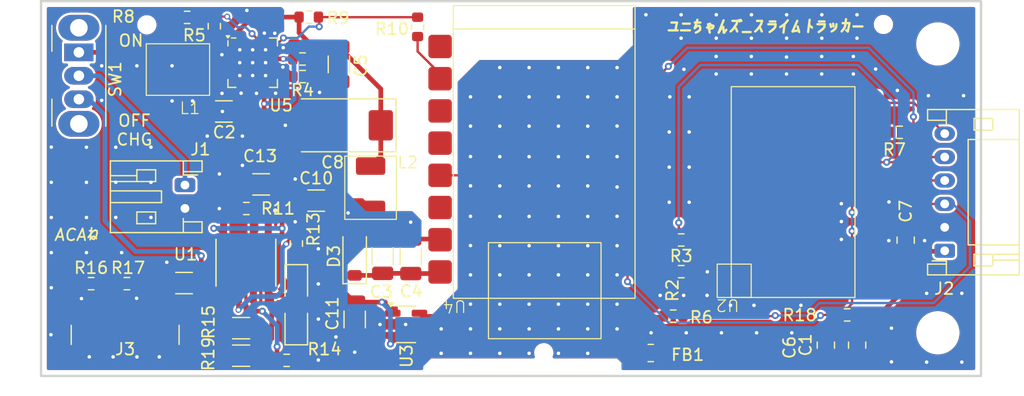
<source format=kicad_pcb>
(kicad_pcb (version 20241229) (generator "pcbnew") (generator_version "9.0")
  (layers (0 "F.Cu" signal) (2 "B.Cu" signal) (13 "F.Paste" user) (15 "B.Paste" user) (5 "F.SilkS" user "F.Silkscreen") (7 "B.SilkS" user "B.Silkscreen") (1 "F.Mask" user) (3 "B.Mask" user) (25 "Edge.Cuts" user))
  (net 0 "")
  (net 1 "BAT-_TO_BOOST")
  (net 2 "Net-(U3-OUT)")
  (net 3 "3v3")
  (net 4 "Net-(D3-K)")
  (net 5 "5V")
  (net 6 "BAT+")
  (net 7 "5V_B_FIL")
  (net 8 "BAT-_TO_CHG")
  (net 9 "Net-(D1-A)")
  (net 10 "MISO")
  (net 11 "MOSI")
  (net 12 "Net-(U4-GPIO4{slash}A4{slash}SCK)")
  (net 13 "SCK")
  (net 14 "Net-(D1-K)")
  (net 15 "Net-(U4-GPIO5{slash}A5{slash}MISO)")
  (net 16 "Net-(U2-CS)")
  (net 17 "Net-(U4-GPIO6{slash}MOSI)")
  (net 18 "Net-(D2-K)")
  (net 19 "BAT-")
  (net 20 "C-TYPE+")
  (net 26 "Net-(L1-Pad2)")
  (net 29 "Net-(U5-LBI)")
  (net 30 "Net-(U5-FB)")
  (net 31 "Net-(U5-LBO)")
  (net 32 "BAT_LOW_SIG")
  (net 33 "Net-(U1-PROG)")
  (net 34 "Net-(U1-!STDBY)")
  (net 35 "Net-(U1-!CHRG)")
  (net 42 "CS2")
  (net 46 "Net-(J3-CC2)")
  (net 47 "Net-(J3-CC1)")
  (footprint "Resistor_SMD:R_0603_1608Metric" (layer "F.Cu") (at 76.035 45.8154 180)
    (property "Reference" "R8")
    (property "Value" "220kΩ" (hide yes))
  )
  (footprint "slime:Slime_IMU_mumo" (layer "F.Cu") (at 127.6366 60.6314 180)
    (property "Reference" "U2")
    (property "Value" "~" (hide yes))
  )
  (footprint "Resistor_SMD:R_0603_1608Metric" (layer "F.Cu") (at 85.35 65.13 90)
    (property "Reference" "R13")
    (property "Value" "1kΩ" (hide yes))
  )
  (footprint "Button_Switch_THT:SW_Slide_SPDT_Angled_CK_OS102011MA1Q" (layer "F.Cu") (at 66.802 48.8 -90)
    (property "Reference" "SW1")
    (property "Value" "SW_DPDT_x2" (hide yes))
  )
  (footprint "Resistor_SMD:R_0603_1608Metric" (layer "F.Cu") (at 136.7922 55.626 180)
    (property "Reference" "R7")
    (property "Value" "0Ω")
  )
  (footprint "Resistor_SMD:R_0603_1608Metric" (layer "F.Cu") (at 78.355 46.5704 90)
    (property "Reference" "R5")
    (property "Value" "2MΩ" (hide yes))
  )
  (footprint "Capacitor_SMD:C_0805_2012Metric" (layer "F.Cu") (at 137.3124 64.836 90)
    (property "Reference" "C7")
    (property "Value" "0.1uF" (hide yes))
  )
  (footprint "Connector_USB:USB_C_Receptacle_GCT_USB4135-GF-A_6P_TopMnt_Horizontal" (layer "F.Cu") (at 70.75 74.15)
    (property "Reference" "J3")
    (property "Value" "USB_C_Receptacle_PowerOnly_6P" (hide yes))
  )
  (footprint "Resistor_SMD:R_0603_1608Metric" (layer "F.Cu") (at 81.0875 62.135 180)
    (property "Reference" "R11")
    (property "Value" "3kΩ" (hide yes))
  )
  (footprint "Capacitor_SMD:C_0805_2012Metric" (layer "F.Cu") (at 133.1722 73.8 -90)
    (property "Reference" "C1")
    (property "Value" "1uF" (hide yes))
  )
  (footprint "Package_TO_SOT_SMD:SOT-23-5" (layer "F.Cu") (at 94.7111 72.0242)
    (property "Reference" "U3")
    (property "Value" "TPS7A0333PDBVR" (hide yes))
  )
  (footprint "Capacitor_SMD:C_1206_3216Metric" (layer "F.Cu") (at 79.17 53.848 180)
    (property "Reference" "C2")
    (property "Value" "10uF" (hide yes))
  )
  (footprint "Capacitor_SMD:C_1206_3216Metric" (layer "F.Cu") (at 90.325 71.605 -90)
    (property "Reference" "C11")
    (property "Value" "1uF" (hide yes))
  )
  (footprint "Resistor_SMD:R_1206_3216Metric" (layer "F.Cu") (at 80.6375 72.35)
    (property "Reference" "R15")
    (property "Value" "1Ω" (hide yes))
  )
  (footprint "Capacitor_SMD:C_1206_3216Metric" (layer "F.Cu") (at 88.9775 49.825 90)
    (property "Reference" "C5")
    (property "Value" "2.2uF" (hide yes))
  )
  (footprint "Resistor_SMD:R_0603_1608Metric" (layer "F.Cu") (at 132.3218 71.2216 180)
    (property "Reference" "R18")
    (property "Value" "10kΩ" (hide yes))
  )
  (footprint "Resistor_SMD:R_0603_1608Metric" (layer "F.Cu") (at 117.4882 71.3232 180)
    (property "Reference" "R6")
    (property "Value" "33Ω" (hide yes))
  )
  (footprint "Capacitor_SMD:C_1206_3216Metric" (layer "F.Cu") (at 95.1075 66.215 90)
    (property "Reference" "C4")
    (property "Value" "100nF" (hide yes))
  )
  (footprint "MountingHole:MountingHole_3.2mm_M3" (layer "F.Cu") (at 140.0556 48.0822)
    (property "Reference" "H1" (hide yes))
    (property "Value" "MountingHole" (hide yes))
  )
  (footprint "Resistor_SMD:R_0603_1608Metric" (layer "F.Cu") (at 85.875 49.3675)
    (property "Reference" "R1" (hide yes))
    (property "Value" "2MΩ" (hide yes))
  )
  (footprint "Resistor_SMD:R_0603_1608Metric" (layer "F.Cu") (at 67.85 68.55)
    (property "Reference" "R16")
    (property "Value" "5.1kΩ" (hide yes))
  )
  (footprint "Capacitor_SMD:C_1206_3216Metric" (layer "F.Cu") (at 82.3475 60.075 180)
    (property "Reference" "C13")
    (property "Value" "10uF" (hide yes))
  )
  (footprint "Capacitor_SMD:C_1206_3216Metric" (layer "F.Cu") (at 87.045 61.46)
    (property "Reference" "C10")
    (property "Value" "4.7uF" (hide yes))
  )
  (footprint "Capacitor_SMD:C_1206_3216Metric" (layer "F.Cu") (at 92.7075 66.195 90)
    (property "Reference" "C3")
    (property "Value" "22uF" (hide yes))
  )
  (footprint "Resistor_SMD:R_0603_1608Metric" (layer "F.Cu") (at 118.173 64.8208)
    (property "Reference" "R3")
    (property "Value" "33Ω" (hide yes))
  )
  (footprint "slime:esp32" (layer "F.Cu") (at 105.9825 74.05 180)
    (property "Reference" "U4")
    (property "Value" "ESP32 SUPER MINI C3" (hide yes))
  )
  (footprint "Connector_JST:JST_PH_S6B-PH-K_1x06_P2.00mm_Horizontal" (layer "F.Cu") (at 140.6398 65.7408 90)
    (property "Reference" "J2")
    (property "Value" "Extension" (hide yes))
  )
  (footprint "Resistor_SMD:R_0603_1608Metric" (layer "F.Cu") (at 84.525 75.1 180)
    (property "Reference" "R14")
    (property "Value" "1kΩ" (hide yes))
  )
  (footprint "Capacitor_SMD:C_0805_2012Metric" (layer "F.Cu") (at 130.5052 73.8 -90)
    (property "Reference" "C6")
    (property "Value" "10uF" (hide yes))
  )
  (footprint "MountingHole:ToolingHole_1.152mm" (layer "F.Cu") (at 72.6 46.45)
    (property "Reference" "H5" (hide yes))
    (property "Value" "MountingHole" (hide yes))
  )
  (footprint "Resistor_SMD:R_0603_1608Metric" (layer "F.Cu") (at 70.9 68.55 180)
    (property "Reference" "R17")
    (property "Value" "5.1kΩ" (hide yes))
  )
  (footprint "Package_DFN_QFN:QFN-16-1EP_4x4mm_P0.65mm_EP2.7x2.7mm_PullBack_ThermalVias" (layer "F.Cu") (at 81.625 49.6825)
    (property "Reference" "U5")
    (property "Value" "TPS61090" (hide yes))
  )
  (footprint "Resistor_SMD:R_0603_1608Metric" (layer "F.Cu") (at 118.173 67.525)
    (property "Reference" "R2")
    (property "Value" "33Ω" (hide yes))
  )
  (footprint "Resistor_SMD:R_0603_1608Metric" (layer "F.Cu") (at 85.89 50.8675 180)
    (property "Reference" "R4")
    (property "Value" "330kΩ" (hide yes))
  )
  (footprint "Resistor_SMD:R_0603_1608Metric" (layer "F.Cu") (at 95.69 46.625 -90)
    (property "Reference" "R10")
    (property "Value" "4.7kΩ" (hide yes))
  )
  (footprint "Capacitor_Tantalum_SMD:CP_EIA-7343-20_Kemet-V" (layer "F.Cu") (at 89.43 55.03 180)
    (property "Reference" "C8")
    (property "Value" "100uF" (hide yes))
  )
  (footprint "Diode_SMD:D_SOD-123" (layer "F.Cu") (at 90.3224 66.1934 90)
    (property "Reference" "D3")
    (property "Value" "D" (hide yes))
  )
  (footprint "MountingHole:MountingHole_3.2mm_M3" (layer "F.Cu") (at 140.0556 72.7456)
    (property "Reference" "H2" (hide yes))
    (property "Value" "MountingHole" (hide yes))
  )
  (footprint "Resistor_SMD:R_1206_3216Metric" (layer "F.Cu") (at 80.6375 74.7)
    (property "Reference" "R19")
    (property "Value" "1Ω" (hide yes))
  )
  (footprint "slime:FXL0420" (layer "F.Cu") (at 75.25 50.27 180)
    (property "Reference" "L1")
    (property "Value" "6.8uH" (hide yes))
  )
  (footprint "Capacitor_SMD:C_1206_3216Metric" (layer "F.Cu") (at 75.775 68.5 180)
    (property "Reference" "C12" (hide yes))
    (property "Value" "10uF" (hide yes))
  )
  (footprint "Connector_JST:JST_PH_S2B-PH-K_1x02_P2.00mm_Horizontal" (layer "F.Cu") (at 75.85 60.13 -90)
    (property "Reference" "J1")
    (property "Value" "batt" (hide yes))
  )
  (footprint "MountingHole:ToolingHole_1.152mm" (layer "F.Cu") (at 135.4144 46.4178)
    (property "Reference" "H6" (hide yes))
    (property "Value" "MountingHole" (hide yes))
  )
  (footprint "slime:FXL0420" (layer "F.Cu") (at 91.68 60.36 90)
    (property "Reference" "L2")
    (property "Value" "2.2uH" (hide yes))
  )
  (footprint "LED_SMD:LED_0805_2012Metric" (layer "F.Cu") (at 85.344 68.6125 -90)
    (property "Reference" "D2" (hide yes))
    (property "Value" "green")
  )
  (footprint "LED_SMD:LED_0805_2012Metric" (layer "F.Cu") (at 85.344 72.0875 90)
    (property "Reference" "D1" (hide yes))
    (property "Value" "red")
  )
  (footprint "Resistor_SMD:R_0603_1608Metric" (layer "F.Cu") (at 86.4075 45.79)
    (property "Reference" "R9")
    (property "Value" "1MΩ" (hide yes))
  )
  (footprint "MountingHole:ToolingHole_1.152mm" (layer "F.Cu") (at 106.45 74.45)
    (property "Reference" "H3" (hide yes))
    (property "Value" "MountingHole" (hide yes))
  )
  (footprint "slime:TP4056_ESOP8" (layer "F.Cu") (at 81.0475 66.76 -90)
    (property "Reference" "U1")
    (property "Value" "TP4056" (hide yes))
  )
  (footprint "Resistor_SMD:R_0805_2012Metric" (layer "F.Cu") (at 115.5719 74.4728)
    (property "Reference" "FB1")
    (property "Value" "FerriteBead" (hide yes))
  )
  (gr_line (start 116.75 74.025) (end 117.325 74.4) (stroke (width 0.2)) (layer "F.Cu") (net 3))
  (gr_line (start 116.9 74.8) (end 117.325 74.4) (stroke (width 0.2)) (layer "F.Cu") (net 3))
  (gr_line (start 121.15 50.65) (end 121.15 50.45) (stroke (width 0.2)) (layer "F.Cu") (net 19))
  (gr_line (start 121.15 50.45) (end 121.15 50.65) (stroke (width 0.2)) (layer "F.Cu") (net 19))
  (gr_line (start 124.15 50.65) (end 124.15 50.45) (stroke (width 0.2)) (layer "F.Cu") (net 19))
  (gr_line (start 127.15 50.5) (end 127.15 50.65) (stroke (width 0.2)) (layer "F.Cu") (net 19))
  (gr_line (start 113.875 74.475) (end 114.375 75) (stroke (width 0.2)) (layer "F.Cu") (net 2))
  (gr_line (start 93.9 70.775) (end 93.6 70.775) (stroke (width 0.2)) (layer "F.Cu") (net 5))
  (gr_line (start 94.025 73.225) (end 93.55 73.65) (stroke (width 0.2)) (layer "F.Cu") (net 5))
  (gr_line (start 80.15 47.775) (end 80.15 47.425) (stroke (width 0.2)) (layer "F.Cu") (net 7))
  (gr_line (start 124.15 50.45) (end 124.15 50.65) (stroke (width 0.2)) (layer "F.Cu") (net 19))
  (gr_line (start 127.15 50.65) (end 127.15 50.5) (stroke (width 0.2)) (layer "F.Cu") (net 19))
  (gr_line (start 135.7 65.85) (end 135.3375 66.2125) (stroke (width 0.2)) (layer "F.Cu") (net 3))
  (gr_line (start 93.575 73.5) (end 93.825 73.25) (stroke (width 0.2)) (layer "F.Cu") (net 5))
  (gr_line (start 135.3 65.825) (end 135.3375 66.2125) (stroke (width 0.2)) (layer "F.Cu") (net 3))
  (gr_line (start 130.15 50.5) (end 130.15 50.65) (stroke (width 0.2)) (layer "F.Cu") (net 19))
  (gr_line (start 130.15 50.65) (end 130.15 50.5) (stroke (width 0.2)) (layer "F.Cu") (net 19))
  (gr_line (start 83.13 64.22) (end 83.04 64.28) (stroke (width 0.2)) (layer "F.Cu") (net 49))
  (gr_line (start 93.9 70.6) (end 93.9 70.95) (stroke (width 0.2)) (layer "F.Cu") (net 5))
  (gr_line (start 134.975 66.575) (end 135.7 65.85) (stroke (width 0.2)) (layer "F.Cu") (net 3))
  (gr_line (start 93.45 70.6) (end 93.9 70.6) (stroke (width 0.2)) (layer "F.Cu") (net 5))
  (gr_line (start 93.7 73.225) (end 93.5 73.425) (stroke (width 0.2)) (layer "F.Cu") (net 5))
  (gr_line (start 113.875 74.475) (end 114.325 74) (stroke (width 0.2)) (layer "F.Cu") (net 2))
  (gr_line (start 135.475 65.825) (end 135.31875 66.01875) (stroke (width 0.2)) (layer "F.Cu") (net 3))
  (gr_rect (start 63.5751 44.43) (end 143.7375 76.43) (stroke (width 0.2)) (fill no) (layer "Edge.Cuts"))
  (gr_text "OFF\nCHG\n" (at 71.54 55.44 0) (layer "F.SilkS") (effects (font (size 1 1))))
  (gr_text "ACAね" (at 66.6 63.8 0) (layer "F.SilkS") (effects (font (size 1 1) (thickness 0.15) (italic yes)) (justify top)))
  (gr_text "ユニちゃんズ＿スライムトラッカー" (at 125.325 46.075 0) (layer "F.SilkS") (effects (font (size 1 1) (thickness 0.2) (bold yes) (italic yes)) (justify top)))
  (gr_text "ON" (at 71.25 47.8 0) (layer "F.SilkS") (effects (font (size 1 1))))
  (segment (start 74.148 53.848) (end 73.4 53.1) (width 0.4) (layer "F.Cu") (net 1))
  (segment (start 83.4 49.3575) (end 84.23 49.3575) (width 0.4) (layer "F.Cu") (net 1))
  (segment (start 77.695 53.848) (end 77.695 54.581) (width 0.4) (layer "F.Cu") (net 1))
  (segment (start 82.6 54.433) (end 82.6 53.1875) (width 0.4) (layer "F.Cu") (net 1))
  (segment (start 72.27 48.8) (end 66.802 48.8) (width 0.4) (layer "F.Cu") (net 1))
  (segment (start 84.23 49.3575) (end 85.04 49.3575) (width 0.4) (layer "F.Cu") (net 1))
  (segment (start 77.695 54.581) (end 78.264 55.15) (width 0.4) (layer "F.Cu") (net 1))
  (segment (start 73.4 49.93) (end 72.27 48.8) (width 0.4) (layer "F.Cu") (net 1))
  (segment (start 73.4 53.1) (end 73.4 49.93) (width 0.4) (layer "F.Cu") (net 1))
  (segment (start 82.6 53.1875) (end 82.6 51.4575) (width 0.4) (layer "F.Cu") (net 1))
  (segment (start 77.695 53.848) (end 74.148 53.848) (width 0.4) (layer "F.Cu") (net 1))
  (segment (start 81.883 55.15) (end 82.6 54.433) (width 0.4) (layer "F.Cu") (net 1))
  (segment (start 78.264 55.15) (end 81.883 55.15) (width 0.4) (layer "F.Cu") (net 1))
  (segment (start 85.04 49.3575) (end 85.05 49.3675) (width 0.4) (layer "F.Cu") (net 1))
  (via (at 82.6 53.1875) (size 0.5) (drill 0.3) (layers "F.Cu" "B.Cu") (net 1))
  (via (at 84.23 49.3575) (size 0.5) (drill 0.3) (layers "F.Cu" "B.Cu") (net 1))
  (segment (start 84.7966 53.1575) (end 85.1475 52.8066) (width 0.4) (layer "B.Cu") (net 1))
  (segment (start 85.1475 52.8066) (end 85.1475 49.7586) (width 0.4) (layer "B.Cu") (net 1))
  (segment (start 82.6 53.1875) (end 82.63 53.1575) (width 0.4) (layer "B.Cu") (net 1))
  (segment (start 85.1475 49.7586) (end 84.7464 49.3575) (width 0.4) (layer "B.Cu") (net 1))
  (segment (start 82.63 53.1575) (end 84.7966 53.1575) (width 0.4) (layer "B.Cu") (net 1))
  (segment (start 84.7464 49.3575) (end 84.23 49.3575) (width 0.4) (layer "B.Cu") (net 1))
  (segment (start 113.5126 74.4728) (end 114.6594 74.4728) (width 0.4) (layer "F.Cu") (net 2))
  (segment (start 96.123 71.3486) (end 110.3884 71.3486) (width 0.4) (layer "F.Cu") (net 2))
  (segment (start 110.3884 71.3486) (end 113.5126 74.4728) (width 0.4) (layer "F.Cu") (net 2))
  (segment (start 95.8486 71.0742) (end 96.123 71.3486) (width 0.4) (layer "F.Cu") (net 2))
  (segment (start 133.1468 71.2216) (end 133.1468 72.8246) (width 0.2) (layer "F.Cu") (net 3))
  (segment (start 133.1722 72.85) (end 133.4234 72.85) (width 0.4) (layer "F.Cu") (net 3))
  (segment (start 133.1468 72.8246) (end 133.1722 72.85) (width 0.2) (layer "F.Cu") (net 3))
  (segment (start 133.4234 72.85) (end 137.3124 68.961) (width 0.4) (layer "F.Cu") (net 3))
  (segment (start 116.4844 74.4728) (end 127.2032 74.4728) (width 0.4) (layer "F.Cu") (net 3))
  (segment (start 133.1722 71.247) (end 133.1468 71.2216) (width 0.2) (layer "F.Cu") (net 3))
  (segment (start 130.5052 72.85) (end 133.1722 72.85) (width 0.4) (layer "F.Cu") (net 3))
  (segment (start 137.3124 65.786) (end 134.2412 65.786) (width 0.4) (layer "F.Cu") (net 3))
  (segment (start 127.2032 74.4728) (end 128.826 72.85) (width 0.4) (layer "F.Cu") (net 3))
  (segment (start 137.3124 68.961) (end 137.3124 65.786) (width 0.4) (layer "F.Cu") (net 3))
  (segment (start 128.826 72.85) (end 130.5052 72.85) (width 0.4) (layer "F.Cu") (net 3))
  (segment (start 134.2412 65.786) (end 134.2366 65.7814) (width 0.4) (layer "F.Cu") (net 3))
  (segment (start 137.3124 65.786) (end 140.5946 65.786) (width 0.4) (layer "F.Cu") (net 3))
  (segment (start 140.5946 65.786) (end 140.6398 65.7408) (width 0.4) (layer "F.Cu") (net 3))
  (segment (start 90.3224 67.8434) (end 92.5341 67.8434) (width 0.4) (layer "F.Cu") (net 4))
  (segment (start 95.1075 67.69) (end 97.4675 67.69) (width 0.4) (layer "F.Cu") (net 4))
  (segment (start 92.5341 67.8434) (end 92.7075 67.67) (width 0.4) (layer "F.Cu") (net 4))
  (segment (start 97.4675 67.69) (end 97.6075 67.55) (width 0.4) (layer "F.Cu") (net 4))
  (segment (start 95.0875 67.67) (end 95.1075 67.69) (width 0.4) (layer "F.Cu") (net 4))
  (segment (start 92.7075 67.67) (end 95.0875 67.67) (width 0.4) (layer "F.Cu") (net 4))
  (segment (start 88.52 62.49) (end 88.52 61.46) (width 0.4) (layer "F.Cu") (net 5))
  (segment (start 93.3736 73.1742) (end 93.5736 72.9742) (width 0.4) (layer "F.Cu") (net 5))
  (segment (start 92.9151 70.1527) (end 93.3736 70.6112) (width 0.4) (layer "F.Cu") (net 5))
  (segment (start 88.52 61.46) (end 90.93 61.46) (width 0.4) (layer "F.Cu") (net 5))
  (segment (start 90.325 70.13) (end 92.8924 70.13) (width 0.4) (layer "F.Cu") (net 5))
  (segment (start 93.3736 70.8882) (end 93.5666 71.0812) (width 0.4) (layer "F.Cu") (net 5))
  (segment (start 92.65 70.13) (end 93.1312 70.6112) (width 0.4) (layer "F.Cu") (net 5))
  (segment (start 93.1312 70.6112) (end 93.3736 70.6112) (width 0.4) (layer "F.Cu") (net 5))
  (segment (start 88.52 68.3524) (end 88.52 62.49) (width 0.4) (layer "F.Cu") (net 5))
  (segment (start 92.9151 70.1292) (end 92.9151 70.1527) (width 0.4) (layer "F.Cu") (net 5))
  (segment (start 88.52 62.741) (end 88.52 62.49) (width 0.4) (layer "F.Cu") (net 5))
  (segment (start 93.3736 70.6112) (end 93.3736 70.8882) (width 0.4) (layer "F.Cu") (net 5))
  (segment (start 90.325 70.13) (end 90.2976 70.13) (width 0.4) (layer "F.Cu") (net 5))
  (segment (start 92.9143 70.13) (end 92.9151 70.1292) (width 0.4) (layer "F.Cu") (net 5))
  (segment (start 90.2976 70.13) (end 88.52 68.3524) (width 0.4) (layer "F.Cu") (net 5))
  (segment (start 92.8924 70.13) (end 92.9151 70.1527) (width 0.4) (layer "F.Cu") (net 5))
  (segment (start 93.3736 73.6992) (end 93.3736 73.1742) (width 0.4) (layer "F.Cu") (net 5))
  (segment (start 90.3224 64.5434) (end 88.52 62.741) (width 0.4) (layer "F.Cu") (net 5))
  (segment (start 90.93 61.46) (end 91.68 62.21) (width 0.4) (layer "F.Cu") (net 5))
  (via (at 92.65 70.13) (size 0.6) (drill 0.3) (layers "F.Cu" "B.Cu") (net 5))
  (via (at 93.3736 73.6992) (size 0.6) (drill 0.3) (layers "F.Cu" "B.Cu") (net 5))
  (segment (start 93.3736 70.8536) (end 93.3736 73.6992) (width 0.4) (layer "B.Cu") (net 5))
  (segment (start 92.65 70.13) (end 93.3736 70.8536) (width 0.4) (layer "B.Cu") (net 5))
  (segment (start 66.802 50.8) (end 68.55 50.8) (width 0.4) (layer "B.Cu") (net 6))
  (segment (start 75.85 58.1) (end 75.85 60.13) (width 0.4) (layer "B.Cu") (net 6))
  (segment (start 68.55 50.8) (end 75.85 58.1) (width 0.4) (layer "B.Cu") (net 6))
  (segment (start 79.3496 47.9555) (end 79.3496 47.9547) (width 0.4) (layer "F.Cu") (net 7))
  (segment (start 79.85 48.48) (end 79.85 48.7075) (width 0.4) (layer "F.Cu") (net 7))
  (segment (start 79.898 47.9075) (end 79.898 47.4895) (width 0.4) (layer "F.Cu") (net 7))
  (segment (start 78.355 47.3954) (end 78.7903 47.3954) (width 0.4) (layer "F.Cu") (net 7))
  (segment (start 85.5825 45.79) (end 85.5825 47.1225) (width 0.4) (layer "F.Cu") (net 7))
  (segment (start 88.6075 47.98) (end 88.9775 48.35) (width 0.4) (layer "F.Cu") (net 7))
  (segment (start 79.85 47.9555) (end 79.898 47.9075) (width 0.4) (layer "F.Cu") (net 7))
  (segment (start 92.55 57.64) (end 91.68 58.51) (width 0.4) (layer "F.Cu") (net 7))
  (segment (start 79.3496 47.9547) (end 79.4328 47.9547) (width 0.4) (layer "F.Cu") (net 7))
  (segment (start 78.98155 47.58665) (end 79.05775 47.66285) (width 0.4) (layer "F.Cu") (net 7))
  (segment (start 81.5975 45.79) (end 85.5825 45.79) (width 0.4) (layer "F.Cu") (net 7))
  (segment (start 79.85 48.7075) (end 79.85 47.9555) (width 0.4) (layer "F.Cu") (net 7))
  (segment (start 79.4328 47.9547) (end 79.898 47.4895) (width 0.4) (layer "F.Cu") (net 7))
  (segment (start 92.55 55.03) (end 92.55 57.64) (width 0.4) (layer "F.Cu") (net 7))
  (segment (start 86.44 47.98) (end 88.6075 47.98) (width 0.4) (layer "F.Cu") (net 7))
  (segment (start 79.05775 47.66285) (end 79.72465 47.66285) (width 0.4) (layer "F.Cu") (net 7))
  (segment (start 78.355 47.31) (end 78.7041 47.31) (width 0.4) (layer "F.Cu") (net 7))
  (segment (start 78.7903 47.3954) (end 78.98155 47.58665) (width 0.4) (layer "F.Cu") (net 7))
  (segment (start 79.3496 47.9796) (end 79.85 48.48) (width 0.4) (layer "F.Cu") (net 7))
  (segment (start 79.898 47.4895) (end 81.5975 45.79) (width 0.4) (layer "F.Cu") (net 7))
  (segment (start 92.55 51.9225) (end 92.55 55.03) (width 0.4) (layer "F.Cu") (net 7))
  (segment (start 79.898 47.9075) (end 81.3 47.9075) (width 0.4) (layer "F.Cu") (net 7))
  (segment (start 79.3496 47.9555) (end 79.85 47.9555) (width 0.4) (layer "F.Cu") (net 7))
  (segment (start 79.72465 47.66285) (end 79.898 47.4895) (width 0.4) (layer "F.Cu") (net 7))
  (segment (start 85.5825 47.1225) (end 86.44 47.98) (width 0.4) (layer "F.Cu") (net 7))
  (segment (start 88.9775 48.35) (end 92.55 51.9225) (width 0.4) (layer "F.Cu") (net 7))
  (segment (start 79.3496 47.9555) (end 79.3496 47.9796) (width 0.4) (layer "F.Cu") (net 7))
  (segment (start 78.98155 47.58665) (end 79.3496 47.9547) (width 0.4) (layer "F.Cu") (net 7))
  (segment (start 78.4075 68.5) (end 79.1425 69.235) (width 0.4) (layer "F.Cu") (net 8))
  (segment (start 77.2414 66.175) (end 77.2414 68.4914) (width 0.4) (layer "F.Cu") (net 8))
  (segment (start 77.2414 68.4914) (end 77.25 68.5) (width 0.4) (layer "F.Cu") (net 8))
  (segment (start 77.25 68.5) (end 78.4075 68.5) (width 0.4) (layer "F.Cu") (net 8))
  (via (at 77.2414 66.175) (size 0.6) (drill 0.3) (layers "F.Cu" "B.Cu") (net 8))
  (segment (start 67.65 52.8) (end 66.802 52.8) (width 0.4) (layer "B.Cu") (net 8))
  (segment (start 69.025 63.2) (end 69.025 54.175) (width 0.4) (layer "B.Cu") (net 8))
  (segment (start 71.625 65.8) (end 69.025 63.2) (width 0.4) (layer "B.Cu") (net 8))
  (segment (start 69.025 54.175) (end 67.65 52.8) (width 0.4) (layer "B.Cu") (net 8))
  (segment (start 76.8664 65.8) (end 71.625 65.8) (width 0.4) (layer "B.Cu") (net 8))
  (segment (start 77.2414 66.175) (end 76.8664 65.8) (width 0.4) (layer "B.Cu") (net 8))
  (segment (start 84.1325 64.295) (end 84.1325 63.8302) (width 0.4) (layer "F.Cu") (net 9))
  (segment (start 78.3102 63.8302) (end 78.6877 63.8302) (width 0.4) (layer "F.Cu") (net 9))
  (segment (start 82.1 73.55) (end 82.1 72.35) (width 0.4) (layer "F.Cu") (net 9))
  (segment (start 83.25 73.25) (end 82.95 73.55) (width 0.4) (layer "F.Cu") (net 9))
  (segment (start 85.344 69.55) (end 83.2675 69.55) (width 0.4) (layer "F.Cu") (net 9))
  (segment (start 82.1 74.7) (end 82.1 73.55) (width 0.4) (layer "F.Cu") (net 9))
  (segment (start 82.9525 69.235) (end 83.25 69.5325) (width 0.4) (layer "F.Cu") (net 9))
  (segment (start 83.2675 69.55) (end 82.9525 69.235) (width 0.4) (layer "F.Cu") (net 9))
  (segment (start 84.1325 63.8302) (end 84.1325 60.385) (width 0.4) (layer "F.Cu") (net 9))
  (segment (start 84.1325 64.295) (end 83.834 64.5935) (width 0.4) (layer "F.Cu") (net 9))
  (segment (start 84.1325 60.385) (end 83.8225 60.075) (width 0.4) (layer "F.Cu") (net 9))
  (segment (start 83.834 68.3535) (end 82.9525 69.235) (width 0.4) (layer "F.Cu") (net 9))
  (segment (start 78.6877 63.8302) (end 79.1425 64.285) (width 0.4) (layer "F.Cu") (net 9))
  (segment (start 83.25 69.5325) (end 83.25 73.25) (width 0.4) (layer "F.Cu") (net 9))
  (segment (start 82.95 73.55) (end 82.1 73.55) (width 0.4) (layer "F.Cu") (net 9))
  (segment (start 84.1225 64.285) (end 84.1325 64.295) (width 0.4) (layer "F.Cu") (net 9))
  (segment (start 83.834 64.5935) (end 83.834 68.3535) (width 0.4) (layer "F.Cu") (net 9))
  (segment (start 85.344 71.15) (end 85.344 69.55) (width 0.4) (layer "F.Cu") (net 9))
  (via (at 84.1325 63.8302) (size 0.6) (drill 0.3) (layers "F.Cu" "B.Cu") (net 9))
  (via (at 78.3102 63.8302) (size 0.6) (drill 0.3) (layers "F.Cu" "B.Cu") (net 9))
  (segment (start 78.31 63.83) (end 78.3102 63.8302) (width 0.4) (layer "B.Cu") (net 9))
  (segment (start 84.1325 63.8302) (end 78.3102 63.8302) (width 0.4) (layer "B.Cu") (net 9))
  (segment (start 132.5348 51.4096) (end 120.688456 51.4096) (width 0.2) (layer "F.Cu") (net 10))
  (segment (start 120.688456 51.4096) (end 119.699 52.399056) (width 0.2) (layer "F.Cu") (net 10))
  (segment (start 134.2366 53.1114) (end 132.5348 51.4096) (width 0.2) (layer "F.Cu") (net 10))
  (segment (start 134.2366 53.1114) (end 138.0104 53.1114) (width 0.2) (layer "F.Cu") (net 10))
  (segment (start 119.699 52.399056) (end 119.699 66.824) (width 0.2) (layer "F.Cu") (net 10))
  (segment (start 138.0104 53.1114) (end 140.6398 55.7408) (width 0.2) (layer "F.Cu") (net 10))
  (segment (start 119.699 66.824) (end 118.998 67.525) (width 0.2) (layer "F.Cu") (net 10))
  (segment (start 136.825 58.1814) (end 138.3844 59.7408) (width 0.2) (layer "F.Cu") (net 11))
  (segment (start 134.2366 58.1814) (end 136.825 58.1814) (width 0.2) (layer "F.Cu") (net 11))
  (segment (start 117.9576 63.3476) (end 117.9576 63.7804) (width 0.2) (layer "F.Cu") (net 11))
  (segment (start 138.3844 59.7408) (end 140.6398 59.7408) (width 0.2) (layer "F.Cu") (net 11))
  (segment (start 117.9576 63.7804) (end 118.998 64.8208) (width 0.2) (layer "F.Cu") (net 11))
  (via (at 117.9576 63.3476) (size 0.6) (drill 0.3) (layers "F.Cu" "B.Cu") (net 11))
  (via (at 135.6868 58.1814) (size 0.6) (drill 0.3) (layers "F.Cu" "B.Cu") (net 11))
  (segment (start 136.3472 57.521) (end 136.3472 52.9844) (width 0.2) (layer "B.Cu") (net 11))
  (segment (start 117.9576 51.7424) (end 117.9576 63.3476) (width 0.2) (layer "B.Cu") (net 11))
  (segment (start 133.2484 49.8856) (end 119.8144 49.8856) (width 0.2) (layer "B.Cu") (net 11))
  (segment (start 135.6868 58.1814) (end 136.3472 57.521) (width 0.2) (layer "B.Cu") (net 11))
  (segment (start 136.3472 52.9844) (end 133.2484 49.8856) (width 0.2) (layer "B.Cu") (net 11))
  (segment (start 119.8144 49.8856) (end 117.9576 51.7424) (width 0.2) (layer "B.Cu") (net 11))
  (segment (start 115.0732 71.3232) (end 103.05 59.3) (width 0.2) (layer "F.Cu") (net 12))
  (segment (start 116.6632 71.3232) (end 115.0732 71.3232) (width 0.2) (layer "F.Cu") (net 12))
  (segment (start 103.05 59.3) (end 97.6075 59.3) (width 0.2) (layer "F.Cu") (net 12))
  (segment (start 138.2658 61.7408) (end 140.6398 61.7408) (width 0.2) (layer "F.Cu") (net 13))
  (segment (start 137.2564 60.7314) (end 138.2658 61.7408) (width 0.2) (layer "F.Cu") (net 13))
  (segment (start 134.2366 60.7314) (end 137.2564 60.7314) (width 0.2) (layer "F.Cu") (net 13))
  (segment (start 118.3132 71.3232) (end 126.238 71.3232) (width 0.2) (layer "F.Cu") (net 13))
  (segment (start 126.238 71.3232) (end 126.1872 71.2724) (width 0.2) (layer "F.Cu") (net 13))
  (via (at 126.1872 71.2724) (size 0.6) (drill 0.3) (layers "F.Cu" "B.Cu") (net 13))
  (segment (start 128.9026 71.2724) (end 129.9694 70.2056) (width 0.2) (layer "B.Cu") (net 13))
  (segment (start 129.9694 70.2056) (end 139.6944 70.2056) (width 0.2) (layer "B.Cu") (net 13))
  (segment (start 142.8 67.1) (end 142.8 63.2) (width 0.2) (layer "B.Cu") (net 13))
  (segment (start 139.6944 70.2056) (end 142.8 67.1) (width 0.2) (layer "B.Cu") (net 13))
  (segment (start 126.1872 71.2724) (end 128.9026 71.2724) (width 0.2) (layer "B.Cu") (net 13))
  (segment (start 141.3408 61.7408) (end 140.6398 61.7408) (width 0.2) (layer "B.Cu") (net 13))
  (segment (start 142.8 63.2) (end 141.3408 61.7408) (width 0.2) (layer "B.Cu") (net 13))
  (segment (start 85.35 73.031) (end 85.344 73.025) (width 0.4) (layer "F.Cu") (net 14))
  (segment (start 85.35 75.1) (end 85.35 73.031) (width 0.4) (layer "F.Cu") (net 14))
  (segment (start 117.348 67.525) (end 115.3825 67.525) (width 0.2) (layer "F.Cu") (net 15))
  (segment (start 115.3825 67.525) (end 115.3575 67.55) (width 0.2) (layer "F.Cu") (net 15))
  (segment (start 113.5888 68.3768) (end 113.5888 54.7116) (width 0.2) (layer "F.Cu") (net 16))
  (segment (start 132.7366 57.1414) (end 134.2366 55.6414) (width 0.2) (layer "F.Cu") (net 16))
  (segment (start 114.5004 53.8) (end 115.3575 53.8) (width 0.2) (layer "F.Cu") (net 16))
  (segment (start 132.7366 62.46529) (end 132.738008 62.463882) (width 0.2) (layer "F.Cu") (net 16))
  (segment (start 132.7366 64.0588) (end 132.7366 70.2602) (width 0.2) (layer "F.Cu") (net 16))
  (segment (start 131.4968 71.2216) (end 130.0988 71.2216) (width 0.2) (layer "F.Cu") (net 16))
  (segment (start 135.9518 55.6414) (end 135.9672 55.626) (width 0.2) (layer "F.Cu") (net 16))
  (segment (start 113.5888 54.7116) (end 114.5004 53.8) (width 0.2) (layer "F.Cu") (net 16))
  (segment (start 131.7752 71.2216) (end 131.4968 71.2216) (width 0.2) (layer "F.Cu") (net 16))
  (segment (start 130.0988 71.2216) (end 130.048 71.2724) (width 0.2) (layer "F.Cu") (net 16))
  (segment (start 132.7366 70.2602) (end 131.7752 71.2216) (width 0.2) (layer "F.Cu") (net 16))
  (segment (start 134.2366 55.6414) (end 135.9518 55.6414) (width 0.2) (layer "F.Cu") (net 16))
  (segment (start 132.738008 57.142808) (end 132.7366 57.1414) (width 0.2) (layer "F.Cu") (net 16))
  (segment (start 132.738008 62.463882) (end 132.738008 57.142808) (width 0.2) (layer "F.Cu") (net 16))
  (via (at 132.7366 64.0588) (size 0.6) (drill 0.3) (layers "F.Cu" "B.Cu") (net 16))
  (via (at 132.7366 62.46529) (size 0.6) (drill 0.3) (layers "F.Cu" "B.Cu") (net 16))
  (via (at 130.048 71.2724) (size 0.6) (drill 0.3) (layers "F.Cu" "B.Cu") (net 16))
  (via (at 113.5888 68.3768) (size 0.6) (drill 0.3) (layers "F.Cu" "B.Cu") (net 16))
  (segment (start 129.447 71.8734) (end 117.0854 71.8734) (width 0.2) (layer "B.Cu") (net 16))
  (segment (start 130.048 71.2724) (end 129.447 71.8734) (width 0.2) (layer "B.Cu") (net 16))
  (segment (start 132.7366 64.0588) (end 132.7366 63.959836) (width 0.2) (layer "B.Cu") (net 16))
  (segment (start 132.7366 63.959836) (end 132.7404 63.956036) (width 0.2) (layer "B.Cu") (net 16))
  (segment (start 117.0854 71.8734) (end 113.5888 68.3768) (width 0.2) (layer "B.Cu") (net 16))
  (segment (start 132.7404 62.564) (end 132.7366 62.5602) (width 0.2) (layer "B.Cu") (net 16))
  (segment (start 132.7404 63.956036) (end 132.7404 62.564) (width 0.2) (layer "B.Cu") (net 16))
  (segment (start 132.7366 62.5602) (end 132.7366 62.46529) (width 0.2) (layer "B.Cu") (net 16))
  (segment (start 115.3783 64.8208) (end 115.3575 64.8) (width 0.2) (layer "F.Cu") (net 17))
  (segment (start 115.3725 64.815) (end 115.3575 64.8) (width 0.4) (layer "F.Cu") (net 17))
  (segment (start 117.348 64.8208) (end 115.3783 64.8208) (width 0.2) (layer "F.Cu") (net 17))
  (segment (start 85.35 67.669) (end 85.344 67.675) (width 0.4) (layer "F.Cu") (net 18))
  (segment (start 85.35 65.955) (end 85.35 67.669) (width 0.4) (layer "F.Cu") (net 18))
  (segment (start 75.82 71.1175) (end 75.875 71.1725) (width 0.4) (layer "F.Cu") (net 19))
  (segment (start 97.5475 64.74) (end 97.6075 64.8) (width 0.4) (layer "F.Cu") (net 19))
  (segment (start 82.61 47.8975) (end 82.6 47.9075) (width 0.4) (layer "F.Cu") (net 19))
  (segment (start 80.5125 60.435) (end 80.8725 60.075) (width 0.4) (layer "F.Cu") (net 19))
  (segment (start 80.65 51.4575) (end 81.95 51.4575) (width 0.4) (layer "F.Cu") (net 19))
  (segment (start 84.205 50.0075) (end 84.205 50.055082) (width 0.4) (layer "F.Cu") (net 19))
  (segment (start 83.5275 47.1525) (end 83.51 47.17) (width 0.4) (layer "F.Cu") (net 19))
  (segment (start 92.7575 64.67) (end 92.7075 64.72) (width 0.4) (layer "F.Cu") (net 19))
  (segment (start 80.645 52.2925) (end 80.64 52.2875) (width 0.4) (layer "F.Cu") (net 19))
  (segment (start 95.0875 64.72) (end 95.1075 64.74) (width 0.4) (layer "F.Cu") (net 19))
  (segment (start 83.4 50.0075) (end 84.205 50.0075) (width 0.4) (layer "F.Cu") (net 19))
  (segment (start 67.945 71.1725) (end 68 71.1175) (width 0.4) (layer "F.Cu") (net 19))
  (segment (start 81.8925 51.4575) (end 81.95 51.4575) (width 0.4) (layer "F.Cu") (net 19))
  (segment (start 80.64 51.4675) (end 80.65 51.4575) (width 0.4) (layer "F.Cu") (net 19))
  (segment (start 84.205 50.055082) (end 84.203097 50.056985) (width 0.4) (layer "F.Cu") (net 19))
  (segment (start 84.205 50.0075) (end 85.065 50.8675) (width 0.4) (layer "F.Cu") (net 19))
  (segment (start 95.1075 64.74) (end 97.5475 64.74) (width 0.4) (layer "F.Cu") (net 19))
  (via (at 100.2 67.8) (size 0.6) (drill 0.3) (layers "F.Cu" "B.Cu") (net 19))
  (via (at 102.7 72.4154) (size 0.6) (drill 0.3) (layers "F.Cu" "B.Cu") (net 19))
  (via (at 117.2 52.6) (size 0.6) (drill 0.3) (layers "F.Cu" "B.Cu") (net 19))
  (via (at 84.23 48.4) (size 0.5) (drill 0.3) (layers "F.Cu" "B.Cu") (net 19))
  (via (at 107.7 70.3) (size 0.6) (drill 0.3) (layers "F.Cu" "B.Cu") (net 19))
  (via (at 100.2 74.5) (size 0.6) (drill 0.3) (layers "F.Cu" "B.Cu") (net 19))
  (via (at 121.6 72.75) (size 0.6) (drill 0.3) (layers "F.Cu" "B.Cu") (net 19))
  (via (at 127.15 50.65) (size 0.6) (drill 0.3) (layers "F.Cu" "B.Cu") (net 19))
  (via (at 136.1 75.225) (size 0.6) (drill 0.3) (layers "F.Cu" "B.Cu") (net 19))
  (via (at 64.45 65.9) (size 0.6) (drill 0.3) (layers "F.Cu" "B.Cu") (net 19))
  (via (at 89.76 62.51) (size 0.6) (drill 0.3) (layers "F.Cu" "B.Cu") (net 19))
  (via (at 124.16 45.59) (size 0.6) (drill 0.3) (layers "F.Cu" "B.Cu") (net 19))
  (via (at 110.2 50.1) (size 0.6) (drill 0.3) (layers "F.Cu" "B.Cu") (net 19))
  (via (at 102.7 55.1) (size 0.6) (drill 0.3) (layers "F.Cu" "B.Cu") (net 19))
  (via (at 92.4833 72.0336) (size 0.6) (drill 0.3) (layers "F.Cu" "B.Cu") (net 19))
  (via (at 79.0448 53.848) (size 0.6) (drill 0.3) (layers "F.Cu" "B.Cu") (net 19))
  (via (at 74.3 66.725) (size 0.6) (drill 0.3) (layers "F.Cu" "B.Cu") (net 19))
  (via (at 124.6 72.75) (size 0.6) (drill 0.3) (layers "F.Cu" "B.Cu") (net 19))
  (via (at 142.1 75.25) (size 0.6) (drill 0.3) (layers "F.Cu" "B.Cu") (net 19))
  (via (at 112.7 55.09) (size 0.6) (drill 0.3) (layers "F.Cu" "B.Cu") (net 19))
  (via (at 112.6998 72.4154) (size 0.6) (drill 0.3) (layers "F.Cu" "B.Cu") (net 19))
  (via (at 124.375 70.4) (size 0.6) (drill 0.3) (layers "F.Cu" "B.Cu") (net 19))
  (via (at 121.16 45.59) (size 0.6) (drill 0.3) (layers "F.Cu" "B.Cu") (net 19))
  (via (at 112.7 70.3) (size 0.6) (drill 0.3) (layers "F.Cu" "B.Cu") (net 19))
  (via (at 118.16 47.59) (size 0.6) (drill 0.3) (layers "F.Cu" "B.Cu") (net 19))
  (via (at 112.7 52.6) (size 0.6) (drill 0.3) (layers "F.Cu" "B.Cu") (net 19))
  (via (at 87.225 75.075) (size 0.6) (drill 0.3) (layers "F.Cu" "B.Cu") (net 19))
  (via (at 112.7 60.3) (size 0.6) (drill 0.3) (layers "F.Cu" "B.Cu") (net 19))
  (via (at 64.45 56.89) (size 0.6) (drill 0.3) (layers "F.Cu" "B.Cu") (net 19))
  (via (at 105.2 50.1) (size 0.6) (drill 0.3) (layers "F.Cu" "B.Cu") (net 19))
  (via (at 130.15 50.65) (size 0.6) (drill 0.3) (layers "F.Cu" "B.Cu") (net 19))
  (via (at 107.7 67.8) (size 0.6) (drill 0.3) (layers "F.Cu" "B.Cu") (net 19))
  (via (at 142.1 69.375) (size 0.6) (drill 0.3) (layers "F.Cu" "B.Cu") (net 19))
  (via (at 110.2 72.4154) (size 0.6) (drill 0.3) (layers "F.Cu" "B.Cu") (net 19))
  (via (at 67.45 59.9) (size 0.6) (drill 0.3) (layers "F.Cu" "B.Cu") (net 19))
  (via (at 124.15 49.15) (size 0.6) (drill 0.3) (layers "F.Cu" "B.Cu") (net 19))
  (via (at 107.7 60.21) (size 0.6) (drill 0.3) (layers "F.Cu" "B.Cu") (net 19))
  (via (at 105.2 60.21) (size 0.6) (drill 0.3) (layers "F.Cu" "B.Cu") (net 19))
  (via (at 85.25 63.27) (size 0.6) (drill 0.3) (layers "F.Cu" "B.Cu") (net 19))
  (via (at 80.75 58.45) (size 0.6) (drill 0.3) (layers "F.Cu" "B.Cu") (net 19))
  (via (at 72.9488 59.896) (size 0.6) (drill 0.3) (layers "F.Cu" "B.Cu") (net 19))
  (via (at 100.2 65.3) (size 0.6) (drill 0.3) (layers "F.Cu" "B.Cu") (net 19))
  (via (at 135.877 64.875) (size 0.6) (drill 0.3) (layers "F.Cu" "B.Cu") (net 19))
  (via (at 102.7 62.81) (size 0.6) (drill 0.3) (layers "F.Cu" "B.Cu") (net 19))
  (via (at 133.16 45.59) (size 0.6) (drill 0.3) (layers "F.Cu" "B.Cu") (net 19))
  (via (at 131.826 64.77) (size 0.6) (drill 0.3) (layers "F.Cu" "B.Cu") (net 19))
  (via (at 67.691 74.803) (size 0.6) (drill 0.3) (layers "F.Cu" "B.Cu") (net 19))
  (via (at 100.2 52.6) (size 0.6) (drill 0.3) (layers "F.Cu" "B.Cu") (net 19))
  (via (at 82.62 47.16) (size 0.5) (drill 0.3) (layers "F.Cu" "B.Cu") (net 19))
  (via (at 110.2 70.3) (size 0.6) (drill 0.3) (layers "F.Cu" "B.Cu") (net 19))
  (via (at 79.01 52.3) (size 0.6) (drill 0.3) (layers "F.Cu" "B.Cu") (net 19))
  (via (at 116.375 69.55) (size 0.6) (drill 0.3) (layers "F.Cu" "B.Cu") (net 19))
  (via (at 124.16 47.59) (size 0.6) (drill 0.3) (layers "F.Cu" "B.Cu") (net 19))
  (via (at 69.9516 59.8932) (size 0.6) (drill 0.3) (layers "F.Cu" "B.Cu") (net 19))
  (via (at 130.15 49.15) (size 0.6) (drill 0.3) (layers "F.Cu" "B.Cu") (net 19))
  (via (at 73.66 74.803) (size 0.6) (drill 0.3) (layers "F.Cu" "B.Cu") (net 19))
  (via (at 105.2 67.8) (size 0.6) (drill 0.3) (layers "F.Cu" "B.Cu") (net 19))
  (via (at 107.7 72.4154) (size 0.6) (drill 0.3) (layers "F.Cu" "B.Cu") (net 19))
  (via (at 107.7 74.5) (size 0.6) (drill 0.3) (layers "F.Cu" "B.Cu") (net 19))
  (via (at 115.6 72.75) (size 0.6) (drill 0.3) (layers "F.Cu" "B.Cu") (net 19))
  (via (at 110.2 65.31) (size 0.6) (drill 0.3) (layers "F.Cu" "B.Cu") (net 19))
  (via (at 90.325 74.4) (size 0.6) (drill 0.3) (layers "F.Cu" "B.Cu") (net 19))
  (via (at 107.7 65.31) (size 0.6) (drill 0.3) (layers "F.Cu" "B.Cu") (net 19))
  (via (at 78.7908 59.182) (size 0.6) (drill 0.3) (layers "F.Cu" "B.Cu") (net 19))
  (via (at 79 49) (size 0.6) (drill 0.3) (layers "F.Cu" "B.Cu") (net 19))
  (via (at 74.75 52.95) (size 0.6) (drill 0.3) (layers "F.Cu" "B.Cu") (net 19))
  (via (at 70.45 65.9) (size 0.6) (drill 0.3) (layers "F.Cu" "B.Cu") (net 19))
  (via (at 74.75 49.95) (size 0.6) (drill 0.3) (layers "F.Cu" "B.Cu") (net 19))
  (via (at 115.16 45.59) (size 0.6) (drill 0.3) (layers "F.Cu" "B.Cu") (net 19))
  (via (at 102.7 52.6) (size 0.6) (drill 0.3) (layers "F.Cu" "B.Cu") (net 19))
  (via (at 105.2 70.3) (size 0.6) (drill 0.3) (layers "F.Cu" "B.Cu") (net 19))
  (via (at 118.6 72.75) (size 0.6) (drill 0.3) (layers "F.Cu" "B.Cu") (net 19))
  (via (at 121.15 50.65) (size 0.6) (drill 0.3) (layers "F.Cu" "B.Cu") (net 19))
  (via (at 71.725 69.8) (size 0.6) (drill 0.3) (layers "F.Cu" "B.Cu") (net 19))
  (via (at 87.225 68.575) (size 0.6) (drill 0.3) (layers "F.Cu" "B.Cu") (net 19))
  (via (at 102.7 50.1) (size 0.6) (drill 0.3) (layers "F.Cu" "B.Cu") (net 19))
  (via (at 97.7 74.5) (size 0.6) (drill 0.3) (layers "F.Cu" "B.Cu") (net 19))
  (via (at 110.2 67.8) (size 0.6) (drill 0.3) (layers "F.Cu" "B.Cu") (net 19))
  (via (at 139.1 69.375) (size 0.6) (drill 0.3) (layers "F.Cu" "B.Cu") (net 19))
  (via (at 68.75 52.9) (size 0.6) (drill 0.3) (layers "F.Cu" "B.Cu") (net 19))
  (via (at 117.15 61.6) (size 0.6) (drill 0.3) (layers "F.Cu" "B.Cu") (net 19))
  (via (at 117.15 58.6) (size 0.6) (drill 0.3) (layers "F.Cu" "B.Cu") (net 19))
  (via (at 136.6 52.05) (size 0.6) (drill 0.3) (layers "F.Cu" "B.Cu") (net 19))
  (via (at 132.85 50.65) (size 0.6) (drill 0.3) (layers "F.Cu" "B.Cu") (net 19))
  (via (at 121.16 47.59) (size 0.6) (drill 0.3) (layers "F.Cu" "B.Cu") (net 19))
  (via (at 122.375 70.4) (size 0.6) (drill 0.3) (layers "F.Cu" "B.Cu") (net 19))
  (via (at 118.85 61.6) (size 0.6) (drill 0.3) (layers "F.Cu" "B.Cu") (net 19))
  (via (at 107.7 62.81) (size 0.6) (drill 0.3) (layers "F.Cu" "B.Cu") (net 19))
  (via (at 100.2 72.4154) (size 0.6) (drill 0.3) (layers "F.Cu" "B.Cu") (net 19))
  (via (at 110.2 52.6) (size 0.6) (drill 0.3) (layers "F.Cu" "B.Cu") (net 19))
  (via (at 85.25 59.62) (size 0.6) (drill 0.3) (layers "F.Cu" "B.Cu") (net 19))
  (via (at 68.75 49.95) (size 0.6) (drill 0.3) (layers "F.Cu" "B.Cu") (net 19))
  (via (at 102.7 65.31) (size 0.6) (drill 0.3) (layers "F.Cu" "B.Cu") (net 19))
  (via (at 118.85 55.6) (size 0.6) (drill 0.3) (layers "F.Cu" "B.Cu") (net 19))
  (via (at 71.755 74.803) (size 0.6) (drill 0.3) (layers "F.Cu" "B.Cu") (net 19))
  (via (at 127.6 72.75) (size 0.6) (drill 0.3) (layers "F.Cu" "B.Cu") (net 19))
  (via (at 127.16 45.59) (size 0.6) (drill 0.3) (layers "F.Cu" "B.Cu") (net 19))
  (via (at 118.375 69.55) (size 0.6) (drill 0.3) (layers "F.Cu" "B.Cu") (net 19))
  (via (at 120.396 67.5386) (size 0.6) (drill 0.3) (layers "F.Cu" "B.Cu") (net 19))
  (via (at 102.7 74.5) (size 0.6) (drill 0.3) (layers "F.Cu" "B.Cu") (net 19))
  (via (at 105.2 65.31) (size 0.6) (drill 0.3) (layers "F.Cu" "B.Cu") (net 19))
  (via (at 64.45 68.9) (size 0.6) (drill 0.3) (layers "F.Cu" "B.Cu") (net 19))
  (via (at 78.78 62.14) (size 0.6) (drill 0.3) (layers "F.Cu" "B.Cu") (net 19))
  (via (at 100.2 55.1) (size 0.6) (drill 0.3) (layers "F.Cu" "B.Cu") (net 19))
  (via (at 112.7 50.1) (size 0.6) (drill 0.3) (layers "F.Cu" "B.Cu") (net 19))
  (via (at 136.1 72.35) (size 0.6) (drill 0.3) (layers "F.Cu" "B.Cu") (net 19))
  (via (at 67.025 69.825) (size 0.6) (drill 0.3) (layers "F.Cu" "B.Cu") (net 19))
  (via (at 81.95 52.3) (size 0.5) (drill 0.3) (layers "F.Cu" "B.Cu") (net 19))
  (via (at 127.15 49.2) (size 0.6) (drill 0.3) (layers "F.Cu" "B.Cu") (net 19))
  (via (at 105.2 55.1) (size 0.6) (drill 0.3) (layers "F.Cu" "B.Cu") (net 19))
  (via (at 67.45 62.9) (size 0.6) (drill 0.3) (layers "F.Cu" "B.Cu") (net 19))
  (via (at 77.75 55.95) (size 0.6) (drill 0.3) (layers "F.Cu" "B.Cu") (net 19))
  (via (at 102.7 57.71) (size 0.6) (drill 0.3) (layers "F.Cu" "B.Cu") (net 19))
  (via (at 76.5 52.95) (size 0.6) (drill 0.3) (layers "F.Cu" "B.Cu") (net 19))
  (via (at 88.725 73.1) (size 0.6) (drill 0.3) (layers "F.Cu" "B.Cu") (net 19))
  (via (at 112.7 65.31) (size 0.6) (drill 0.3) (layers "F.Cu" "B.Cu") (net 19))
  (via (at 142.25 52.5) (size 0.6) (drill 0.3) (layers "F.Cu" "B.Cu") (net 19))
  (via (at 97.7 72.4154) (size 0.6) (drill 0.3) (layers "F.Cu" "B.Cu") (net 19))
  (via (at 64.42 72.91) (size 0.6) (drill 0.3) (layers "F.Cu" "B.Cu") (net 19))
  (via (at 105.2 62.81) (size 0.6) (drill 0.3) (layers "F.Cu" "B.Cu") (net 19))
  (via (at 67.45 56.9) (size 0.6) (drill 0.3) (layers "F.Cu" "B.Cu") (net 19))
  (via (at 118.16 45.59) (size 0.6) (drill 0.3) (layers "F.Cu" "B.Cu") (net 19))
  (via (at 72.9488 56.896) (size 0.6) (drill 0.3) (layers "F.Cu" "B.Cu") (net 19))
  (via (at 112.7 67.8) (size 0.6) (drill 0.3) (layers "F.Cu" "B.Cu") (net 19))
  (via (at 107.7 52.6) (size 0.6) (drill 0.3) (layers "F.Cu" "B.Cu") (net 19))
  (via (at 100.2 70.3) (size 0.6) (drill 0.3) (layers "F.Cu" "B.Cu") (net 19))
  (via (at 127.16 47.59) (size 0.6) (drill 0.3) (layers "F.Cu" "B.Cu") (net 19))
  (via (at 105.2 57.71) (size 0.6) (drill 0.3) (layers "F.Cu" "B.Cu") (net 19))
  (via (at 118.4 50.25) (size 0.6) (drill 0.3) (layers "F.Cu" "B.Cu") (net 19))
  (via (at 67.45 65.9) (size 0.6) (drill 0.3) (layers "F.Cu" "B.Cu") (net 19))
  (via (at 128.375 70.4) (size 0.6) (drill 0.3) (layers "F.Cu" "B.Cu") (net 19))
  (via (at 71.75 49.95) (size 0.6) (drill 0.3) (layers "F.Cu" "B.Cu") (net 19))
  (via (at 139.25 52.5) (size 0.6) (drill 0.3) (layers "F.Cu" "B.Cu") (net 19))
  (via (at 124.15 50.65) (size 0.6) (drill 0.3) (layers "F.Cu" "B.Cu") (net 19))
  (via (at 72.9488 62.8932) (size 0.6) (drill 0.3) (layers "F.Cu" "B.Cu") (net 19))
  (via (at 107.7 50.1) (size 0.6) (drill 0.3) (layers "F.Cu" "B.Cu") (net 19))
  (via (at 102.7 60.21) (size 0.6) (drill 0.3) (layers "F.Cu" "B.Cu") (net 19))
  (via (at 83.5775 52.29) (size 0.5) (drill 0.3) (layers "F.Cu" "B.Cu") (net 19))
  (via (at 80.64 52.2875) (size 0.5) (drill 0.3) (layers "F.Cu" "B.Cu") (net 19))
  (via (at 112.7 57.7) (size 0.6) (drill 0.3) (layers "F.Cu" "B.Cu") (net 19))
  (via (at 87.33 52.22) (size 0.6) (drill 0.3) (layers "F.Cu" "B.Cu") (net 19))
  (via (at 117.15 55.6) (size 0.6) (drill 0.3) (layers "F.Cu" "B.Cu") (net 19))
  (via (at 69.723 74.803) (size 0.6) (drill 0.3) (layers "F.Cu" "B.Cu") (net 19))
  (via (at 121.15 49.15) (size 0.6) (drill 0.3) (layers "F.Cu" "B.Cu") (net 19))
  (via (at 100.2 60.2) (size 0.6) (drill 0.3) (layers "F.Cu" "B.Cu") (net 19))
  (via (at 133.16 47.59) (size 0.6) (drill 0.3) (layers "F.Cu" "B.Cu") (net 19))
  (via (at 100.2 57.7) (size 0.6) (drill 0.3) (layers "F.Cu" "B.Cu") (net 19))
  (via (at 83.51 47.17) (size 0.5) (drill 0.3) (layers "F.Cu" "B.Cu") (net 19))
  (via (at 69.9488 62.8932) (size 0.6) (drill 0.3) (layers "F.Cu" "B.Cu") (net 19))
  (via (at 112.7 62.8) (size 0.6) (drill 0.3) (layers "F.Cu" "B.Cu") (net 19))
  (via (at 102.7 67.8) (size 0.6) (drill 0.3) (layers "F.Cu" "B.Cu") (net 19))
  (via (at 110.2 74.5) (size 0.6) (drill 0.3) (layers "F.Cu" "B.Cu") (net 19))
  (via (at 110.2 62.81) (size 0.6) (drill 0.3) (layers "F.Cu" "B.Cu") (net 19))
  (via (at 81.13 45.22) (size 0.5) (drill 0.3) (layers "F.Cu" "B.Cu") (net 19))
  (via (at 130.16 47.59) (size 0.6) (drill 0.3) (layers "F.Cu" "B.Cu") (net 19))
  (via (at 84.203097 50.056985) (size 0.5) (drill 0.3) (layers "F.Cu" "B.Cu") (net 19))
  (via (at 131.826 61.722) (size 0.6) (drill 0.3) (layers "F.Cu" "B.Cu") (net 19))
  (via (at 80.75 55.95) (size 0.6) (drill 0.3) (layers "F.Cu" "B.Cu") (net 19))
  (via (at 138.925 64.875) (size 0.6) (drill 0.3) (layers "F.Cu" "B.Cu") (net 19))
  (via (at 102.7 70.3) (size 0.6) (drill 0.3) (layers "F.Cu" "B.Cu") (net 19))
  (via (at 64.45 59.9) (size 0.6) (drill 0.3) (layers "F.Cu" "B.Cu") (net 19))
  (via (at 130.16 45.59) (size 0.6) (drill 0.3) (layers "F.Cu" "B.Cu") (net 19))
  (via (at 95.1 63.3) (size 0.6) (drill 0.3) (layers "F.Cu" "B.Cu") (net 19))
  (via (at 87.225 65.575) (size 0.6) (drill 0.3) (layers "F.Cu" "B.Cu") (net 19))
  (via (at 132.85 49.15) (size 0.6) (drill 0.3) (layers "F.Cu" "B.Cu") (net 19))
  (via (at 107.7 55.1) (size 0.6) (drill 0.3) (layers "F.Cu" "B.Cu") (net 19))
  (via (at 110.2 55.1) (size 0.6) (drill 0.3) (layers "F.Cu" "B.Cu") (net 19))
  (via (at 131.826 63.246) (size 0.6) (drill 0.3) (layers "F.Cu" "B.Cu") (net 19))
  (via (at 120.375 69.55) (size 0.6) (drill 0.3) (layers "F.Cu" "B.Cu") (net 19))
  (via (at 87.225 71.575) (size 0.6) (drill 0.3) (layers "F.Cu" "B.Cu") (net 19))
  (via (at 139.1 75.25) (size 0.6) (drill 0.3) (layers "F.Cu" "B.Cu") (net 19))
  (via (at 100.2 62.8) (size 0.6) (drill 0.3) (layers "F.Cu" "B.Cu") (net 19))
  (via (at 107.7 57.71) (size 0.6) (drill 0.3) (layers "F.Cu" "B.Cu") (net 19))
  (via (at 105.2 52.6) (size 0.6) (drill 0.3) (layers "F.Cu" "B.Cu") (net 19))
  (via (at 110.2 60.21) (size 0.6) (drill 0.3) (layers "F.Cu" "B.Cu") (net 19))
  (via (at 105.2 72.4154) (size 0.6) (drill 0.3) (layers "F.Cu" "B.Cu") (net 19))
  (via (at 134.75 50.225) (size 0.6) (drill 0.3) (layers "F.Cu" "B.Cu") (net 19))
  (via (at 135.89 61.575) (size 0.6) (drill 0.3) (layers "F.Cu" "B.Cu") (net 19))
  (via (at 84.41 55.03) (size 0.6) (drill 0.3) (layers "F.Cu" "B.Cu") (net 19))
  (via (at 118.85 52.6) (size 0.6) (drill 0.3) (layers "F.Cu" "B.Cu") (net 19))
  (via (at 64.45 62.9) (size 0.6) (drill 0.3) (layers "F.Cu" "B.Cu") (net 19))
  (via (at 118.85 58.6) (size 0.6) (drill 0.3) (layers "F.Cu" "B.Cu") (net 19))
  (via (at 105.2 74.5) (size 0.6) (drill 0.3) (layers "F.Cu" "B.Cu") (net 19))
  (via (at 110.2 57.71) (size 0.6) (drill 0.3) (layers "F.Cu" "B.Cu") (net 19))
  (via (at 69.95 56.9) (size 0.6) (drill 0.3) (layers "F.Cu" "B.Cu") (net 19))
  (via (at 94.6677 72.0336) (size 0.6) (drill 0.3) (layers "F.Cu" "B.Cu") (net 19))
  (segment (start 83.58 52.2875) (end 83.5775 52.29) (width 0.4) (layer "B.Cu") (net 19))
  (segment (start 89.1 73.1125) (end 89.0875 73.1) (width 0.2) (layer "B.Cu") (net 19))
  (segment (start 71.35 72.9) (end 71.5512 73.1012) (width 0.4) (layer "F.Cu") (net 20))
  (segment (start 71.35 72.9) (end 70.125 72.9) (width 0.4) (layer "F.Cu") (net 20))
  (segment (start 79.175 74.7) (end 79.175 73.55) (width 0.4) (layer "F.Cu") (net 20))
  (segment (start 69.23 72.005) (end 69.23 71.1175) (width 0.4) (layer "F.Cu") (net 20))
  (segment (start 71.5512 73.1012) (end 78.7262 73.1012) (width 0.4) (layer "F.Cu") (net 20))
  (segment (start 70.125 72.9) (end 69.23 72.005) (width 0.4) (layer "F.Cu") (net 20))
  (segment (start 71.35 72.9) (end 72.27 71.98) (width 0.4) (layer "F.Cu") (net 20))
  (segment (start 78.7262 73.1012) (end 79.175 73.55) (width 0.4) (layer "F.Cu") (net 20))
  (segment (start 79.175 73.55) (end 79.175 72.35) (width 0.4) (layer "F.Cu") (net 20))
  (segment (start 72.27 71.98) (end 72.27 71.1175) (width 0.4) (layer "F.Cu") (net 20))
  (segment (start 79.8075 50.05) (end 79.55 50.05) (width 0.4) (layer "F.Cu") (net 26))
  (segment (start 79.85 50.35) (end 79.625 50.35) (width 0.4) (layer "F.Cu") (net 26))
  (segment (start 79.625 50.35) (end 79.545 50.27) (width 0.4) (layer "F.Cu") (net 26))
  (segment (start 79.85 50.0075) (end 79.8075 50.05) (width 0.4) (layer "F.Cu") (net 26))
  (segment (start 79.33 50.27) (end 77.1 50.27) (width 0.4) (layer "F.Cu") (net 26))
  (segment (start 79.4625 50.27) (end 77.1 50.27) (width 0.4) (layer "F.Cu") (net 26))
  (segment (start 79.545 50.27) (end 77.1 50.27) (width 0.4) (layer "F.Cu") (net 26))
  (segment (start 79.85 50.6575) (end 79.4625 50.27) (width 0.4) (layer "F.Cu") (net 26))
  (segment (start 79.85 50.35) (end 79.85 50.0075) (width 0.4) (layer "F.Cu") (net 26))
  (segment (start 79.55 50.05) (end 79.33 50.27) (width 0.4) (layer "F.Cu") (net 26))
  (segment (start 79.85 50.6575) (end 79.85 50.35) (width 0.4) (layer "F.Cu") (net 26))
  (segment (start 83.4 50.6575) (end 84.386 51.6435) (width 0.2) (layer "F.Cu") (net 29))
  (segment (start 84.386 51.6435) (end 85.939 51.6435) (width 0.2) (layer "F.Cu") (net 29))
  (segment (start 85.939 51.6435) (end 86.715 50.8675) (width 0.2) (layer "F.Cu") (net 29))
  (segment (start 86.715 49.3825) (end 86.7 49.3675) (width 0.2) (layer "F.Cu") (net 29))
  (segment (start 86.715 50.8675) (end 86.715 49.3825) (width 0.2) (layer "F.Cu") (net 29))
  (segment (start 79.4512 45.7454) (end 78.355 45.7454) (width 0.2) (layer "F.Cu") (net 30))
  (segment (start 78.355 45.7454) (end 76.93 45.7454) (width 0.4) (layer "F.Cu") (net 30))
  (segment (start 81.95 47.9075) (end 81.95 47.584931) (width 0.2) (layer "F.Cu") (net 30))
  (segment (start 81.95 47.584931) (end 81.571143 47.206074) (width 0.2) (layer "F.Cu") (net 30))
  (via (at 81.571143 47.206074) (size 0.6) (drill 0.3) (layers "F.Cu" "B.Cu") (net 30))
  (via (at 79.4512 45.7454) (size 0.5) (drill 0.3) (layers "F.Cu" "B.Cu") (net 30))
  (segment (start 81.015069 46.65) (end 80.3 46.65) (width 0.2) (layer "B.Cu") (net 30))
  (segment (start 80.3 46.5942) (end 79.4512 45.7454) (width 0.2) (layer "B.Cu") (net 30))
  (segment (start 81.571143 47.206074) (end 81.015069 46.65) (width 0.2) (layer "B.Cu") (net 30))
  (segment (start 80.3 46.65) (end 80.3 46.5942) (width 0.2) (layer "B.Cu") (net 30))
  (segment (start 88.7668 45.79) (end 88.7768 45.8) (width 0.2) (layer "F.Cu") (net 31))
  (segment (start 87.3 45.8575) (end 87.2325 45.79) (width 0.2) (layer "F.Cu") (net 31))
  (segment (start 87.3 46.61) (end 87.3 45.8575) (width 0.2) (layer "F.Cu") (net 31))
  (segment (start 83.4 48.42) (end 84.25 47.57) (width 0.2) (layer "F.Cu") (net 31))
  (segment (start 87.2325 45.79) (end 88.7668 45.79) (width 0.2) (layer "F.Cu") (net 31))
  (segment (start 88.7768 45.8) (end 95.69 45.8) (width 0.2) (layer "F.Cu") (net 31))
  (segment (start 83.4 48.7075) (end 83.4 48.42) (width 0.2) (layer "F.Cu") (net 31))
  (via (at 87.3 46.61) (size 0.6) (drill 0.3) (layers "F.Cu" "B.Cu") (net 31))
  (via (at 84.25 47.57) (size 0.6) (drill 0.3) (layers "F.Cu" "B.Cu") (net 31))
  (segment (start 85.4525 47.57) (end 84.25 47.57) (width 0.2) (layer "B.Cu") (net 31))
  (segment (start 87.3 46.6) (end 86.4225 46.6) (width 0.2) (layer "B.Cu") (net 31))
  (segment (start 86.4225 46.6) (end 85.4525 47.57) (width 0.2) (layer "B.Cu") (net 31))
  (segment (start 87.3 46.6) (end 87.3 46.61) (width 0.2) (layer "B.Cu") (net 31))
  (segment (start 97.6075 50.6375) (end 97.6075 51.05) (width 0.2) (layer "F.Cu") (net 32))
  (segment (start 95.69 47.45) (end 95.69 48.72) (width 0.2) (layer "F.Cu") (net 32))
  (segment (start 95.69 48.72) (end 97.6075 50.6375) (width 0.2) (layer "F.Cu") (net 32))
  (segment (start 81.9125 64.055) (end 81.6825 64.285) (width 0.4) (layer "F.Cu") (net 33))
  (segment (start 81.9125 62.135) (end 81.9125 64.055) (width 0.4) (layer "F.Cu") (net 33))
  (segment (start 80.4075 70.79) (end 80.4125 70.785) (width 0.4) (layer "F.Cu") (net 34))
  (segment (start 84.485 65.17) (end 85.35 64.305) (width 0.4) (layer "F.Cu") (net 34))
  (segment (start 80.4125 70.785) (end 80.4125 69.235) (width 0.4) (layer "F.Cu") (net 34))
  (via (at 84.485 65.17) (size 0.5) (drill 0.3) (layers "F.Cu" "B.Cu") (net 34))
  (via (at 80.4075 70.79) (size 0.5) (drill 0.3) (layers "F.Cu" "B.Cu") (net 34))
  (segment (start 83.6527 69.65) (end 81.5475 69.65) (width 0.4) (layer "B.Cu") (net 34))
  (segment (start 84.1575 65.4975) (end 84.1575 69.1452) (width 0.4) (layer "B.Cu") (net 34))
  (segment (start 84.485 65.17) (end 84.1575 65.4975) (width 0.4) (layer "B.Cu") (net 34))
  (segment (start 84.1575 69.1452) (end 83.6527 69.65) (width 0.4) (layer "B.Cu") (net 34))
  (segment (start 81.5475 69.65) (end 80.4075 70.79) (width 0.4) (layer "B.Cu") (net 34))
  (segment (start 81.6825 70.8975) (end 81.6825 69.235) (width 0.4) (layer "F.Cu") (net 35))
  (segment (start 83.7 73.94) (end 83.71 73.93) (width 0.4) (layer "F.Cu") (net 35))
  (segment (start 83.7 75.1) (end 83.7 73.94) (width 0.4) (layer "F.Cu") (net 35))
  (segment (start 81.685 70.9) (end 81.6825 70.8975) (width 0.4) (layer "F.Cu") (net 35))
  (segment (start 82.45 70.9) (end 81.685 70.9) (width 0.4) (layer "F.Cu") (net 35))
  (via (at 83.71 73.93) (size 0.6) (drill 0.3) (layers "F.Cu" "B.Cu") (net 35))
  (via (at 82.45 70.9) (size 0.6) (drill 0.3) (layers "F.Cu" "B.Cu") (net 35))
  (segment (start 83.71 72.16) (end 82.45 70.9) (width 0.4) (layer "B.Cu") (net 35))
  (segment (start 83.71 73.93) (end 83.71 72.16) (width 0.4) (layer "B.Cu") (net 35))
  (segment (start 137.6172 55.626) (end 137.6172 56.0172) (width 0.2) (layer "F.Cu") (net 42))
  (segment (start 139.3408 57.7408) (end 140.6398 57.7408) (width 0.2) (layer "F.Cu") (net 42))
  (segment (start 137.9728 54.3052) (end 137.9728 55.2704) (width 0.2) (layer "F.Cu") (net 42))
  (segment (start 116.025 51.05) (end 115.3575 51.05) (width 0.2) (layer "F.Cu") (net 42))
  (segment (start 137.6172 56.0172) (end 139.3408 57.7408) (width 0.2) (layer "F.Cu") (net 42))
  (segment (start 117.075 50) (end 116.025 51.05) (width 0.2) (layer "F.Cu") (net 42))
  (segment (start 137.9728 55.2704) (end 137.6172 55.626) (width 0.2) (layer "F.Cu") (net 42))
  (via (at 117.075 50) (size 0.6) (drill 0.3) (layers "F.Cu" "B.Cu") (net 42))
  (via (at 137.9728 54.3052) (size 0.6) (drill 0.3) (layers "F.Cu" "B.Cu") (net 42))
  (segment (start 134.1628 48.4124) (end 137.9728 52.2224) (width 0.2) (layer "B.Cu") (net 42))
  (segment (start 117.075 50) (end 117.1 50) (width 0.2) (layer "B.Cu") (net 42))
  (segment (start 137.9728 52.2224) (end 137.9728 54.3052) (width 0.2) (layer "B.Cu") (net 42))
  (segment (start 118.6876 48.4124) (end 134.1628 48.4124) (width 0.2) (layer "B.Cu") (net 42))
  (segment (start 117.1 50) (end 118.6876 48.4124) (width 0.2) (layer "B.Cu") (net 42))
  (segment (start 70.075 68.55) (end 70.075 69.325) (width 0.4) (layer "F.Cu") (net 46))
  (segment (start 71.25 70.5) (end 71.25 71.1175) (width 0.4) (layer "F.Cu") (net 46))
  (segment (start 70.075 69.325) (end 71.25 70.5) (width 0.4) (layer "F.Cu") (net 46))
  (segment (start 68.675 69.025) (end 70.25 70.6) (width 0.4) (layer "F.Cu") (net 47))
  (segment (start 68.675 68.55) (end 68.675 69.025) (width 0.4) (layer "F.Cu") (net 47))
  (segment (start 70.25 70.6) (end 70.25 71.1175) (width 0.4) (layer "F.Cu") (net 47))
  (zone (net 19) (net_name "BAT-") (layers "F.Cu" "B.Cu") (connect_pads (clearance 0)) (min_thickness 0.25) (fill yes (thermal_gap 0.5) (thermal_bridge_width 0.5))
    (polygon (pts (xy 85.662627 74.676) (xy 85.657161 74.676) (xy 85.656546 76.469612) (xy 96.1644 76.454) (xy 96.1644 75.611) (xy 96.8454 74.93) (xy 112.6998 74.93) (xy 113.0808 75.311) (xy 113.0808 76.454) (xy 143.5432 76.454) (xy 143.5432 44.45) (xy 114.046 44.45) (xy 114.046 44.3992) (xy 114.046 48.19015) (xy 112.78235 49.4538) (xy 100.965 49.4538) (xy 99.1108 51.308) (xy 99.1108 69.014428) (xy 96.723028 71.4022) (xy 93.6498 71.4022) (xy 92.4052 70.3072) (xy 85.6488 70.3072)))
  )
  (zone (net 19) (net_name "BAT-") (layers "F.Cu" "B.Cu") (priority 1) (connect_pads (clearance 0)) (min_thickness 0.25) (fill yes (thermal_gap 0.5) (thermal_bridge_width 0.5))
    (polygon (pts (xy 83.469909 44.330822) (xy 84.3081 45.169024) (xy 84.3081 47.6836) (xy 89.7155 47.713986) (xy 89.7155 55.327593) (xy 89.7155 60.782675) (xy 91.289625 62.3568) (xy 95.2309 62.3568) (xy 96.012 63.1379) (xy 96.012 64.895375) (xy 95.426175 65.4812) (xy 91.143168 65.4812) (xy 89.7155 66.908868) (xy 89.7155 70.718) (xy 90.8873 71.8898) (xy 91.9027 71.8898) (xy 91.922777 74.8562) (xy 86.6073 74.8562) (xy 86.607314 74.855) (xy 86.6067 74.855) (xy 86.6067 76.4682) (xy 83.23924 76.4682) (xy 83.239268 76.444625) (xy 63.5855 76.362788) (xy 63.5855 44.330565)))
  )
)
</source>
